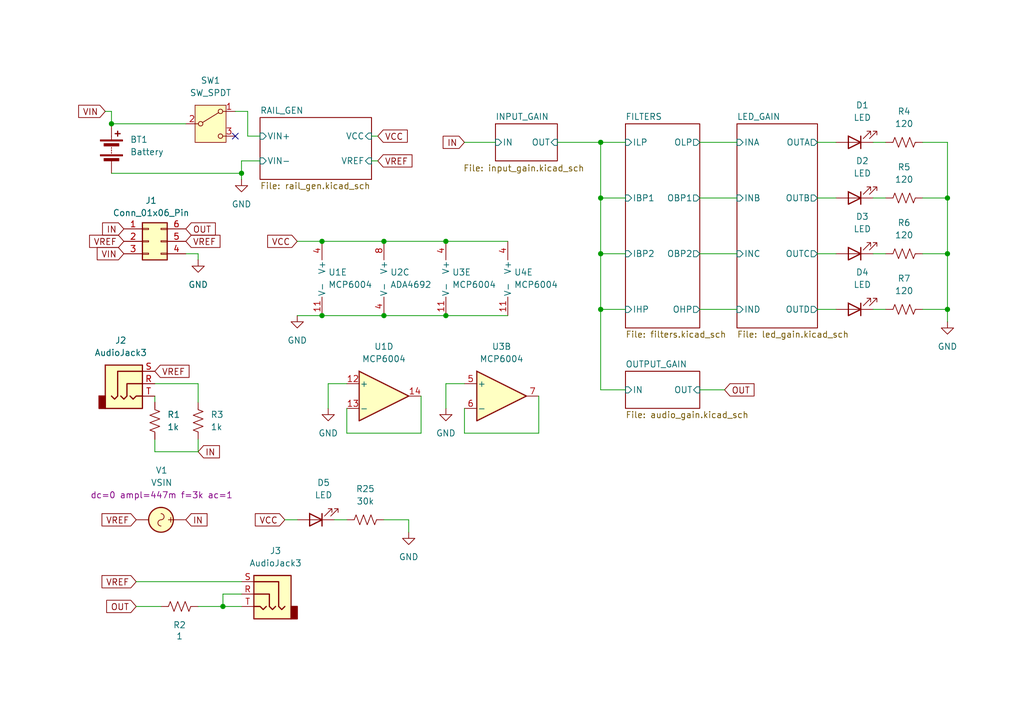
<source format=kicad_sch>
(kicad_sch (version 20250114) (generator "eeschema") (generator_version "9.0")
  (paper "A5")
  (title_block (title "EL223FP4L1") (date "2025-05-08") (rev "1") (company "Boles & Walker") (comment 1 "Board Overview"))
  (lib_symbols
    (symbol "Amplifier_Operational:MCP6004" (pin_names (offset 0.127))
      (property "Reference" "U" (at 0 5.08 0))
      (property "Value" "MCP6004" (at 0 -5.08 0))
      (symbol "MCP6004_1_1"
        (polyline (pts (xy -5.08 5.08) (xy 5.08 0) (xy -5.08 -5.08) (xy -5.08 5.08)) (stroke (width 0.254)) (fill (type background)))
        (pin input line (at -7.62 2.54 0) (length 2.54) (name "+") (number "3"))
        (pin input line (at -7.62 -2.54 0) (length 2.54) (name "-") (number "2"))
        (pin output line (at 7.62 0 180) (length 2.54) (name "~") (number "1"))
      )
      (symbol "MCP6004_2_1"
        (polyline (pts (xy -5.08 5.08) (xy 5.08 0) (xy -5.08 -5.08) (xy -5.08 5.08)) (stroke (width 0.254)) (fill (type background)))
        (pin input line (at -7.62 2.54 0) (length 2.54) (name "+") (number "5"))
        (pin input line (at -7.62 -2.54 0) (length 2.54) (name "-") (number "6"))
        (pin output line (at 7.62 0 180) (length 2.54) (name "~") (number "7"))
      )
      (symbol "MCP6004_3_1"
        (polyline (pts (xy -5.08 5.08) (xy 5.08 0) (xy -5.08 -5.08) (xy -5.08 5.08)) (stroke (width 0.254)) (fill (type background)))
        (pin input line (at -7.62 2.54 0) (length 2.54) (name "+") (number "10"))
        (pin input line (at -7.62 -2.54 0) (length 2.54) (name "-") (number "9"))
        (pin output line (at 7.62 0 180) (length 2.54) (name "~") (number "8"))
      )
      (symbol "MCP6004_4_1"
        (polyline (pts (xy -5.08 5.08) (xy 5.08 0) (xy -5.08 -5.08) (xy -5.08 5.08)) (stroke (width 0.254)) (fill (type background)))
        (pin input line (at -7.62 2.54 0) (length 2.54) (name "+") (number "12"))
        (pin input line (at -7.62 -2.54 0) (length 2.54) (name "-") (number "13"))
        (pin output line (at 7.62 0 180) (length 2.54) (name "~") (number "14"))
      )
      (symbol "MCP6004_5_1"
        (pin power_in line (at -2.54 7.62 270) (length 3.81) (name "V+") (number "4"))
        (pin power_in line (at -2.54 -7.62 90) (length 3.81) (name "V-") (number "11"))
      )
    )
    (symbol "Connector_Audio:AudioJack3"
      (property "Reference" "J" (at 0 8.89 0))
      (property "Value" "AudioJack3" (at 0 6.35 0))
      (symbol "AudioJack3_0_1"
        (rectangle (start -5.08 -5.08) (end -6.35 -2.54) (stroke (width 0.254)) (fill (type outline)))
        (polyline (pts (xy -1.905 -2.54) (xy -1.27 -3.175) (xy -0.635 -2.54) (xy -0.635 0) (xy 2.54 0)) (stroke (width 0.254)))
        (polyline (pts (xy 0 -2.54) (xy 0.635 -3.175) (xy 1.27 -2.54) (xy 2.54 -2.54)) (stroke (width 0.254)))
        (rectangle (start 2.54 3.81) (end -5.08 -5.08) (stroke (width 0.254)) (fill (type background)))
        (polyline (pts (xy 2.54 2.54) (xy -2.54 2.54) (xy -2.54 -2.54) (xy -3.175 -3.175) (xy -3.81 -2.54)) (stroke (width 0.254)))
      )
      (symbol "AudioJack3_1_1"
        (pin passive line (at 5.08 2.54 180) (length 2.54) (name "~") (number "S"))
        (pin passive line (at 5.08 0 180) (length 2.54) (name "~") (number "R"))
        (pin passive line (at 5.08 -2.54 180) (length 2.54) (name "~") (number "T"))
      )
    )
    (symbol "Connector_Generic:Conn_02x03_Counter_Clockwise" (pin_names (offset 1.016) (hide yes))
      (property "Reference" "J" (at 1.27 5.08 0))
      (property "Value" "Conn_02x03_Counter_Clockwise" (at 1.27 -5.08 0))
      (symbol "Conn_02x03_Counter_Clockwise_1_1"
        (rectangle (start -1.27 3.81) (end 3.81 -3.81) (stroke (width 0.254)) (fill (type background)))
        (rectangle (start -1.27 2.667) (end 0 2.413) (stroke (width 0.1524)))
        (rectangle (start -1.27 0.127) (end 0 -0.127) (stroke (width 0.1524)))
        (rectangle (start -1.27 -2.413) (end 0 -2.667) (stroke (width 0.1524)))
        (rectangle (start 3.81 2.667) (end 2.54 2.413) (stroke (width 0.1524)))
        (rectangle (start 3.81 0.127) (end 2.54 -0.127) (stroke (width 0.1524)))
        (rectangle (start 3.81 -2.413) (end 2.54 -2.667) (stroke (width 0.1524)))
        (pin passive line (at -5.08 2.54 0) (length 3.81) (name "Pin_1") (number "1"))
        (pin passive line (at -5.08 0 0) (length 3.81) (name "Pin_2") (number "2"))
        (pin passive line (at -5.08 -2.54 0) (length 3.81) (name "Pin_3") (number "3"))
        (pin passive line (at 7.62 2.54 180) (length 3.81) (name "Pin_6") (number "6"))
        (pin passive line (at 7.62 0 180) (length 3.81) (name "Pin_5") (number "5"))
        (pin passive line (at 7.62 -2.54 180) (length 3.81) (name "Pin_4") (number "4"))
      )
    )
    (symbol "Custom:ADA4692-2" (pin_names (offset 0.127))
      (property "Reference" "U" (at 2.54 6.35 0))
      (property "Value" "ADA4692-2" (at 2.54 3.81 0))
      (symbol "ADA4692-2_1_1"
        (polyline (pts (xy 5.08 0) (xy -5.08 5.08) (xy -5.08 -5.08) (xy 5.08 0)) (stroke (width 0.254)) (fill (type background)))
        (pin input line (at -7.62 2.54 0) (length 2.54) (name "+") (number "3"))
        (pin input line (at -7.62 -2.54 0) (length 2.54) (name "-") (number "2"))
        (pin output line (at 7.62 0 180) (length 2.54) (name "~") (number "1"))
      )
      (symbol "ADA4692-2_2_1"
        (polyline (pts (xy 5.08 0) (xy -5.08 5.08) (xy -5.08 -5.08) (xy 5.08 0)) (stroke (width 0.254)) (fill (type background)))
        (pin input line (at -7.62 2.54 0) (length 2.54) (name "+") (number "5"))
        (pin input line (at -7.62 -2.54 0) (length 2.54) (name "-") (number "6"))
        (pin output line (at 7.62 0 180) (length 2.54) (name "~") (number "7"))
      )
      (symbol "ADA4692-2_3_1"
        (pin power_in line (at 0 7.62 270) (length 3.81) (name "V+") (number "8"))
        (pin power_in line (at 0 -7.62 90) (length 3.81) (name "V-") (number "4"))
      )
    )
    (symbol "Device:Battery" (pin_numbers (hide yes)) (pin_names (offset 0) (hide yes))
      (property "Reference" "BT" (at 2.54 2.54 0))
      (property "Value" "Battery" (at 2.54 0 0))
      (symbol "Battery_0_1"
        (rectangle (start -2.286 1.778) (end 2.286 1.524) (fill (type outline)))
        (rectangle (start -2.286 -1.27) (end 2.286 -1.524) (fill (type outline)))
        (rectangle (start -1.524 1.016) (end 1.524 0.508) (fill (type outline)))
        (rectangle (start -1.524 -2.032) (end 1.524 -2.54) (fill (type outline)))
        (polyline (pts (xy 0 1.778) (xy 0 2.54)))
        (polyline (pts (xy 0 0) (xy 0 0.254)))
        (polyline (pts (xy 0 -0.508) (xy 0 -0.254)))
        (polyline (pts (xy 0 -1.016) (xy 0 -0.762)))
        (polyline (pts (xy 0.762 3.048) (xy 1.778 3.048)) (stroke (width 0.254)))
        (polyline (pts (xy 1.27 3.556) (xy 1.27 2.54)) (stroke (width 0.254)))
      )
      (symbol "Battery_1_1"
        (pin passive line (at 0 5.08 270) (length 2.54) (name "+") (number "1"))
        (pin passive line (at 0 -5.08 90) (length 2.54) (name "-") (number "2"))
      )
    )
    (symbol "Device:LED" (pin_numbers (hide yes)) (pin_names (offset 1.016) (hide yes))
      (property "Reference" "D" (at 0 2.54 0))
      (property "Value" "LED" (at 0 -2.54 0))
      (symbol "LED_0_1"
        (polyline (pts (xy -3.048 -0.762) (xy -4.572 -2.286) (xy -3.81 -2.286) (xy -4.572 -2.286) (xy -4.572 -1.524)))
        (polyline (pts (xy -1.778 -0.762) (xy -3.302 -2.286) (xy -2.54 -2.286) (xy -3.302 -2.286) (xy -3.302 -1.524)))
        (polyline (pts (xy -1.27 0) (xy 1.27 0)))
        (polyline (pts (xy -1.27 -1.27) (xy -1.27 1.27)) (stroke (width 0.254)))
        (polyline (pts (xy 1.27 -1.27) (xy 1.27 1.27) (xy -1.27 0) (xy 1.27 -1.27)) (stroke (width 0.254)))
      )
      (symbol "LED_1_1"
        (pin passive line (at -3.81 0 0) (length 2.54) (name "K") (number "1"))
        (pin passive line (at 3.81 0 180) (length 2.54) (name "A") (number "2"))
      )
    )
    (symbol "Device:R_US" (pin_numbers (hide yes)) (pin_names (offset 0))
      (property "Reference" "R" (at 2.54 0 90))
      (property "Value" "R_US" (at -2.54 0 90))
      (symbol "R_US_0_1"
        (polyline (pts (xy 0 2.286) (xy 0 2.54)))
        (polyline (pts (xy 0 2.286) (xy 1.016 1.905) (xy 0 1.524) (xy -1.016 1.143) (xy 0 0.762)))
        (polyline (pts (xy 0 0.762) (xy 1.016 0.381) (xy 0 0) (xy -1.016 -0.381) (xy 0 -0.762)))
        (polyline (pts (xy 0 -0.762) (xy 1.016 -1.143) (xy 0 -1.524) (xy -1.016 -1.905) (xy 0 -2.286)))
        (polyline (pts (xy 0 -2.286) (xy 0 -2.54)))
      )
      (symbol "R_US_1_1"
        (pin passive line (at 0 3.81 270) (length 1.27) (name "~") (number "1"))
        (pin passive line (at 0 -3.81 90) (length 1.27) (name "~") (number "2"))
      )
    )
    (symbol "Simulation_SPICE:VSIN" (pin_numbers (hide yes)) (pin_names (offset 0.0254))
      (property "Reference" "V" (at 2.54 2.54 0))
      (property "Value" "VSIN" (at 2.54 0 0))
      (property "Sim.Params" "dc=0 ampl=1 f=1k ac=1" (at 2.54 -2.54 0))
      (symbol "VSIN_0_0"
        (arc (start -1.27 0) (mid -0.635 0.6323) (end 0 0))
        (arc (start 1.27 0) (mid 0.635 -0.6323) (end 0 0))
        (text "+" (at 0 1.905 0) (effects (font (size 1.27 1.27))))
      )
      (symbol "VSIN_0_1"
        (circle (center 0 0) (radius 2.54) (stroke (width 0.254)) (fill (type background)))
      )
      (symbol "VSIN_1_1"
        (pin passive line (at 0 5.08 270) (length 2.54) (name "~") (number "1"))
        (pin passive line (at 0 -5.08 90) (length 2.54) (name "~") (number "2"))
      )
    )
    (symbol "Switch:SW_SPDT" (pin_names (offset 0) (hide yes))
      (property "Reference" "SW" (at 0 5.08 0))
      (property "Value" "SW_SPDT" (at 0 -5.08 0))
      (symbol "SW_SPDT_0_1"
        (circle (center -2.032 0) (radius 0.4572))
        (polyline (pts (xy -1.651 0.254) (xy 1.651 2.286)))
        (circle (center 2.032 2.54) (radius 0.4572))
        (circle (center 2.032 -2.54) (radius 0.4572))
      )
      (symbol "SW_SPDT_1_1"
        (rectangle (start -3.175 3.81) (end 3.175 -3.81) (fill (type background)))
        (pin passive line (at -5.08 0 0) (length 2.54) (name "B") (number "2"))
        (pin passive line (at 5.08 2.54 180) (length 2.54) (name "A") (number "1"))
        (pin passive line (at 5.08 -2.54 180) (length 2.54) (name "C") (number "3"))
      )
    )
    (symbol "power:GND" (power) (pin_numbers (hide yes)) (pin_names (offset 0) (hide yes))
      (property "Value" "GND" (at 0 -3.81 0))
      (symbol "GND_0_1"
        (polyline (pts (xy 0 0) (xy 0 -1.27) (xy 1.27 -1.27) (xy 0 -2.54) (xy -1.27 -1.27) (xy 0 -1.27)))
      )
      (symbol "GND_1_1"
        (pin power_in line (at 0 0 270) (length 0) (name "~") (number "1"))
      )
    )
  )
  (junction (at 45.72 124.46))
  (junction (at 91.44 49.53))
  (junction (at 123.19 63.5))
  (junction (at 78.74 64.77))
  (junction (at 123.19 52.07))
  (junction (at 91.44 64.77))
  (junction (at 123.19 40.64))
  (junction (at 66.04 64.77))
  (junction (at 194.31 63.5))
  (junction (at 194.31 52.07))
  (junction (at 78.74 49.53))
  (junction (at 66.04 49.53))
  (junction (at 49.53 35.56))
  (junction (at 194.31 40.64))
  (junction (at 22.86 25.4))
  (junction (at 123.19 29.21))
  (no_connect (at 48.26 27.94))
  (wire (pts (xy 78.74 64.77) (xy 91.44 64.77)))
  (wire (pts (xy 123.19 52.07) (xy 123.19 63.5)))
  (wire (pts (xy 49.53 124.46) (xy 45.72 124.46)))
  (wire (pts (xy 194.31 29.21) (xy 194.31 40.64)))
  (wire (pts (xy 194.31 63.5) (xy 194.31 66.04)))
  (wire (pts (xy 179.07 29.21) (xy 181.61 29.21)))
  (wire (pts (xy 40.64 124.46) (xy 45.72 124.46)))
  (wire (pts (xy 40.64 90.17) (xy 40.64 92.71)))
  (wire (pts (xy 189.23 52.07) (xy 194.31 52.07)))
  (wire (pts (xy 22.86 22.86) (xy 22.86 25.4)))
  (wire (pts (xy 21.59 22.86) (xy 22.86 22.86)))
  (wire (pts (xy 114.3 29.21) (xy 123.19 29.21)))
  (wire (pts (xy 58.42 106.68) (xy 60.96 106.68)))
  (wire (pts (xy 76.2 33.02) (xy 77.47 33.02)))
  (wire (pts (xy 143.51 29.21) (xy 151.13 29.21)))
  (wire (pts (xy 194.31 52.07) (xy 194.31 63.5)))
  (wire (pts (xy 143.51 40.64) (xy 151.13 40.64)))
  (wire (pts (xy 189.23 40.64) (xy 194.31 40.64)))
  (wire (pts (xy 22.86 35.56) (xy 49.53 35.56)))
  (wire (pts (xy 38.1 52.07) (xy 40.64 52.07)))
  (wire (pts (xy 179.07 52.07) (xy 181.61 52.07)))
  (wire (pts (xy 40.64 52.07) (xy 40.64 53.34)))
  (wire (pts (xy 83.82 106.68) (xy 83.82 109.22)))
  (wire (pts (xy 91.44 64.77) (xy 104.14 64.77)))
  (wire (pts (xy 189.23 29.21) (xy 194.31 29.21)))
  (wire (pts (xy 167.64 29.21) (xy 171.45 29.21)))
  (wire (pts (xy 167.64 40.64) (xy 171.45 40.64)))
  (wire (pts (xy 78.74 49.53) (xy 91.44 49.53)))
  (wire (pts (xy 86.36 81.28) (xy 86.36 88.9)))
  (wire (pts (xy 91.44 49.53) (xy 104.14 49.53)))
  (wire (pts (xy 40.64 78.74) (xy 40.64 82.55)))
  (wire (pts (xy 66.04 64.77) (xy 78.74 64.77)))
  (wire (pts (xy 53.34 27.94) (xy 50.8 27.94)))
  (wire (pts (xy 91.44 78.74) (xy 91.44 83.82)))
  (wire (pts (xy 66.04 49.53) (xy 78.74 49.53)))
  (wire (pts (xy 71.12 88.9) (xy 71.12 83.82)))
  (wire (pts (xy 143.51 52.07) (xy 151.13 52.07)))
  (wire (pts (xy 143.51 63.5) (xy 151.13 63.5)))
  (wire (pts (xy 60.96 49.53) (xy 66.04 49.53)))
  (wire (pts (xy 40.64 92.71) (xy 31.75 92.71)))
  (wire (pts (xy 123.19 40.64) (xy 128.27 40.64)))
  (wire (pts (xy 194.31 40.64) (xy 194.31 52.07)))
  (wire (pts (xy 67.31 78.74) (xy 67.31 83.82)))
  (wire (pts (xy 86.36 88.9) (xy 71.12 88.9)))
  (wire (pts (xy 50.8 27.94) (xy 50.8 22.86)))
  (wire (pts (xy 60.96 64.77) (xy 66.04 64.77)))
  (wire (pts (xy 179.07 63.5) (xy 181.61 63.5)))
  (wire (pts (xy 49.53 36.83) (xy 49.53 35.56)))
  (wire (pts (xy 95.25 88.9) (xy 95.25 83.82)))
  (wire (pts (xy 95.25 78.74) (xy 91.44 78.74)))
  (wire (pts (xy 31.75 92.71) (xy 31.75 90.17)))
  (wire (pts (xy 123.19 63.5) (xy 128.27 63.5)))
  (wire (pts (xy 123.19 63.5) (xy 123.19 80.01)))
  (wire (pts (xy 31.75 78.74) (xy 40.64 78.74)))
  (wire (pts (xy 27.94 119.38) (xy 49.53 119.38)))
  (wire (pts (xy 143.51 80.01) (xy 148.59 80.01)))
  (wire (pts (xy 31.75 81.28) (xy 31.75 82.55)))
  (wire (pts (xy 50.8 22.86) (xy 48.26 22.86)))
  (wire (pts (xy 27.94 124.46) (xy 33.02 124.46)))
  (wire (pts (xy 123.19 80.01) (xy 128.27 80.01)))
  (wire (pts (xy 49.53 33.02) (xy 53.34 33.02)))
  (wire (pts (xy 71.12 78.74) (xy 67.31 78.74)))
  (wire (pts (xy 95.25 29.21) (xy 101.6 29.21)))
  (wire (pts (xy 179.07 40.64) (xy 181.61 40.64)))
  (wire (pts (xy 22.86 25.4) (xy 38.1 25.4)))
  (wire (pts (xy 189.23 63.5) (xy 194.31 63.5)))
  (wire (pts (xy 49.53 121.92) (xy 45.72 121.92)))
  (wire (pts (xy 167.64 63.5) (xy 171.45 63.5)))
  (wire (pts (xy 123.19 52.07) (xy 128.27 52.07)))
  (wire (pts (xy 49.53 35.56) (xy 49.53 33.02)))
  (wire (pts (xy 76.2 27.94) (xy 77.47 27.94)))
  (wire (pts (xy 45.72 121.92) (xy 45.72 124.46)))
  (wire (pts (xy 123.19 29.21) (xy 128.27 29.21)))
  (wire (pts (xy 68.58 106.68) (xy 71.12 106.68)))
  (wire (pts (xy 123.19 29.21) (xy 123.19 40.64)))
  (wire (pts (xy 167.64 52.07) (xy 171.45 52.07)))
  (wire (pts (xy 110.49 88.9) (xy 95.25 88.9)))
  (wire (pts (xy 123.19 40.64) (xy 123.19 52.07)))
  (wire (pts (xy 78.74 106.68) (xy 83.82 106.68)))
  (wire (pts (xy 110.49 81.28) (xy 110.49 88.9)))
  (global_label "VREF" (shape input) (at 27.94 106.68 180) (property "Intersheetrefs" "${INTERSHEET_REFS}" (effects (hide yes))))
  (global_label "VREF" (shape input) (at 38.1 49.53 0) (property "Intersheetrefs" "${INTERSHEET_REFS}" (effects (hide yes))))
  (global_label "VCC" (shape input) (at 60.96 49.53 180) (property "Intersheetrefs" "${INTERSHEET_REFS}" (effects (hide yes))))
  (global_label "VCC" (shape input) (at 77.47 27.94 0) (property "Intersheetrefs" "${INTERSHEET_REFS}" (effects (hide yes))))
  (global_label "OUT" (shape input) (at 27.94 124.46 180) (property "Intersheetrefs" "${INTERSHEET_REFS}" (effects (hide yes))))
  (global_label "OUT" (shape input) (at 38.1 46.99 0) (property "Intersheetrefs" "${INTERSHEET_REFS}" (effects (hide yes))))
  (global_label "VREF" (shape input) (at 77.47 33.02 0) (property "Intersheetrefs" "${INTERSHEET_REFS}" (effects (hide yes))))
  (global_label "VCC" (shape input) (at 58.42 106.68 180) (property "Intersheetrefs" "${INTERSHEET_REFS}" (effects (hide yes))))
  (global_label "VREF" (shape input) (at 27.94 119.38 180) (property "Intersheetrefs" "${INTERSHEET_REFS}" (effects (hide yes))))
  (global_label "IN" (shape input) (at 40.64 92.71 0) (property "Intersheetrefs" "${INTERSHEET_REFS}" (effects (hide yes))))
  (global_label "VREF" (shape input) (at 31.75 76.2 0) (property "Intersheetrefs" "${INTERSHEET_REFS}" (effects (hide yes))))
  (global_label "IN" (shape input) (at 95.25 29.21 180) (property "Intersheetrefs" "${INTERSHEET_REFS}" (effects (hide yes))))
  (global_label "VIN" (shape input) (at 25.4 52.07 180) (property "Intersheetrefs" "${INTERSHEET_REFS}" (effects (hide yes))))
  (global_label "OUT" (shape input) (at 148.59 80.01 0) (property "Intersheetrefs" "${INTERSHEET_REFS}" (effects (hide yes))))
  (global_label "VIN" (shape input) (at 21.59 22.86 180) (property "Intersheetrefs" "${INTERSHEET_REFS}" (effects (hide yes))))
  (global_label "IN" (shape input) (at 38.1 106.68 0) (property "Intersheetrefs" "${INTERSHEET_REFS}" (effects (hide yes))))
  (global_label "IN" (shape input) (at 25.4 46.99 180) (property "Intersheetrefs" "${INTERSHEET_REFS}" (effects (hide yes))))
  (global_label "VREF" (shape input) (at 25.4 49.53 180) (property "Intersheetrefs" "${INTERSHEET_REFS}" (effects (hide yes))))
  (symbol (lib_id "power:GND") (at 67.31 83.82 0) (unit 1)
    (property "Reference" "#PWR03" (effects (hide yes)))
    (property "Value" "GND" (at 67.31 88.9 0))
    (property "Description" "Power symbol creates a global label with name \"GND\" , ground" (effects (hide yes)))
  )
  (symbol (lib_id "power:GND") (at 40.64 53.34 0) (unit 1)
    (property "Reference" "#PWR01" (effects (hide yes)))
    (property "Value" "GND" (at 40.64 58.42 0))
    (property "Description" "Power symbol creates a global label with name \"GND\" , ground" (effects (hide yes)))
  )
  (symbol (lib_id "Device:R_US") (at 185.42 52.07 90) (unit 1)
    (property "Reference" "R6" (at 185.42 45.72 90))
    (property "Value" "120" (at 185.42 48.26 90))
    (property "Footprint" "Resistor_SMD:R_0805_2012Metric_Pad1.20x1.40mm_HandSolder" (effects (hide yes)))
    (property "Datasheet" "https://static6.arrow.com/aropdfconversion/7e2213882d2cf06558ca48205aefcc8d6bac7a1a/cr.pdf" (effects (hide yes)))
    (property "Description" "Resistor, US symbol" (effects (hide yes)))
    (property "Part" "CR0805-FX-1200GLF" (effects (hide yes)))
  )
  (symbol (lib_id "Device:LED") (at 175.26 29.21 180) (unit 1)
    (property "Reference" "D1" (at 176.8475 21.59 0))
    (property "Value" "LED" (at 176.8475 24.13 0))
    (property "Footprint" "LED_SMD:LED_0805_2012Metric_Pad1.15x1.40mm_HandSolder" (effects (hide yes)))
    (property "Description" "Light emitting diode" (effects (hide yes)))
    (property "Sim.Pins" "1=K 2=A" (effects (hide yes)))
    (property "Sim.Library" "led.lib" (effects (hide yes)))
    (property "Sim.Name" "LED_GENERAL" (effects (hide yes)))
    (property "Sim.Device" "D" (effects (hide yes)))
  )
  (symbol (lib_id "Device:LED") (at 175.26 63.5 180) (unit 1)
    (property "Reference" "D4" (at 176.8475 55.88 0))
    (property "Value" "LED" (at 176.8475 58.42 0))
    (property "Footprint" "LED_SMD:LED_0805_2012Metric_Pad1.15x1.40mm_HandSolder" (effects (hide yes)))
    (property "Description" "Light emitting diode" (effects (hide yes)))
    (property "Sim.Pins" "1=K 2=A" (effects (hide yes)))
    (property "Sim.Library" "led.lib" (effects (hide yes)))
    (property "Sim.Name" "LED_GENERAL" (effects (hide yes)))
    (property "Sim.Device" "D" (effects (hide yes)))
  )
  (symbol (lib_id "Custom:ADA4692-2") (at 78.74 57.15 0) (unit 3)
    (property "Reference" "U2" (at 80.01 55.8799 0) (effects (justify left)))
    (property "Value" "ADA4692" (at 80.01 58.4199 0) (effects (justify left)))
    (property "Footprint" "Package_SO:SOIC-8_3.9x4.9mm_P1.27mm" (effects (hide yes)))
    (property "Datasheet" "https://www.analog.com/media/en/technical-documentation/data-sheets/ADA4691-2_4691-4_4692-2_4692-4.pdf" (effects (hide yes)))
    (property "Description" "Dual Low Noise, Precision, Rail-to-Rail Output, JFET Op Amp, SOIC-8" (effects (hide yes)))
    (property "Sim.Library" "ada4692.sub" (effects (hide yes)))
    (property "Sim.Name" "ADA4692-2" (effects (hide yes)))
    (property "Sim.Device" "SUBCKT" (effects (hide yes)))
    (property "Sim.Pins" "1=AOUT 2=AIN- 3=AIN+ 4=V- 5=BIN+ 6=BIN- 7=BOUT 8=V+" (effects (hide yes)))
    (property "Part" "ADA4692-2ARZ" (effects (hide yes)))
  )
  (symbol (lib_id "Device:R_US") (at 185.42 63.5 90) (unit 1)
    (property "Reference" "R7" (at 185.42 57.15 90))
    (property "Value" "120" (at 185.42 59.69 90))
    (property "Footprint" "Resistor_SMD:R_0805_2012Metric_Pad1.20x1.40mm_HandSolder" (effects (hide yes)))
    (property "Datasheet" "https://static6.arrow.com/aropdfconversion/7e2213882d2cf06558ca48205aefcc8d6bac7a1a/cr.pdf" (effects (hide yes)))
    (property "Description" "Resistor, US symbol" (effects (hide yes)))
    (property "Part" "CR0805-FX-1200GLF" (effects (hide yes)))
  )
  (symbol (lib_id "Device:R_US") (at 185.42 29.21 90) (unit 1)
    (property "Reference" "R4" (at 185.42 22.86 90))
    (property "Value" "120" (at 185.42 25.4 90))
    (property "Footprint" "Resistor_SMD:R_0805_2012Metric_Pad1.20x1.40mm_HandSolder" (effects (hide yes)))
    (property "Datasheet" "https://static6.arrow.com/aropdfconversion/7e2213882d2cf06558ca48205aefcc8d6bac7a1a/cr.pdf" (effects (hide yes)))
    (property "Description" "Resistor, US symbol" (effects (hide yes)))
    (property "Part" "CR0805-FX-1200GLF" (effects (hide yes)))
  )
  (symbol (lib_id "Switch:SW_SPDT") (at 43.18 25.4 0) (unit 1)
    (property "Reference" "SW1" (at 43.18 16.51 0))
    (property "Value" "SW_SPDT" (at 43.18 19.05 0))
    (property "Footprint" "Custom:SW_SLW-121586-5A-D" (effects (hide yes)))
    (property "Datasheet" "https://static6.arrow.com/aropdfconversion/9ae6801e39b6de35ce0772aecfe75ec6b325529d/slw1215865ad.pdf" (effects (hide yes)))
    (property "Description" "Switch, single pole double throw" (effects (hide yes)))
    (property "Part" "SLW-121586-5A-D" (effects (hide yes)))
  )
  (symbol (lib_id "Connector_Audio:AudioJack3") (at 54.61 121.92 0) (mirror y) (unit 1) (exclude_from_sim yes)
    (property "Reference" "J3" (at 56.515 113.03 0))
    (property "Value" "AudioJack3" (at 56.515 115.57 0))
    (property "Footprint" "Custom:Jack_3.5mm_CUI_SJ1-3523N_Horizontal" (effects (hide yes)))
    (property "Datasheet" "https://www.sameskydevices.com/product/resource/sj1-352xn.pdf" (effects (hide yes)))
    (property "Description" "Audio Jack, 3 Poles (Stereo / TRS)" (effects (hide yes)))
    (property "Part" "SJ1-3523N" (effects (hide yes)))
  )
  (symbol (lib_id "power:GND") (at 60.96 64.77 0) (unit 1)
    (property "Reference" "#PWR04" (effects (hide yes)))
    (property "Value" "GND" (at 60.96 69.85 0))
    (property "Description" "Power symbol creates a global label with name \"GND\" , ground" (effects (hide yes)))
  )
  (symbol (lib_id "power:GND") (at 49.53 36.83 0) (unit 1)
    (property "Reference" "#PWR02" (effects (hide yes)))
    (property "Value" "GND" (at 49.53 41.91 0))
    (property "Description" "Power symbol creates a global label with name \"GND\" , ground" (effects (hide yes)))
  )
  (symbol (lib_id "Connector_Generic:Conn_02x03_Counter_Clockwise") (at 30.48 49.53 0) (unit 1)
    (property "Reference" "J1" (at 30.988 41.148 0))
    (property "Value" "Conn_01x06_Pin" (at 30.988 43.688 0))
    (property "Footprint" "Connector_PinHeader_2.54mm:PinHeader_2x03_P2.54mm_Vertical" (effects (hide yes)))
    (property "Datasheet" "https://static6.arrow.com/aropdfconversion/574d1ab07bdb35554fd3a21cfe85b0607ce140e2/51934899289880215193474261229970eng_ds_1307819_ampmodu_0911.pdf" (effects (hide yes)))
    (property "Description" "Generic connector, double row, 02x03, counter clockwise pin numbering scheme (similar to DIP package numbering), script generated (kicad-library-utils/schlib/autogen/connector/)" (effects (hide yes)))
    (property "Part" "5-146254-3 " (effects (hide yes)))
  )
  (symbol (lib_id "Amplifier_Operational:MCP6004") (at 93.98 57.15 0) (unit 5)
    (property "Reference" "U3" (at 92.71 55.8799 0) (effects (justify left)))
    (property "Value" "MCP6004" (at 92.71 58.4199 0) (effects (justify left)))
    (property "Footprint" "Package_SO:SOIC-14_3.9x8.7mm_P1.27mm" (effects (hide yes)))
    (property "Datasheet" "https://ww1.microchip.com/downloads/aemDocuments/documents/MSLD/ProductDocuments/DataSheets/MCP6001-1R-1U-2-4-1-MHz-Low-Power-Op-Amp-DS20001733L.pdf" (effects (hide yes)))
    (property "Description" "1MHz, Low-Power Op Amp, DIP-14/SOIC-14/TSSOP-14" (effects (hide yes)))
    (property "Sim.Library" "MCP6001.lib" (effects (hide yes)))
    (property "Sim.Name" "MCP6004" (effects (hide yes)))
    (property "Sim.Device" "SUBCKT" (effects (hide yes)))
    (property "Sim.Pins" "1=OUTA 2=A- 3=A+ 4=VDD 5=B+ 6=B- 7=OUTB 8=OUTC 9=C- 10=C+ 11=VSS 12=D+ 13=D- 14=OUTD" (effects (hide yes)))
    (property "Part" "MCP6004-I/SL" (effects (hide yes)))
  )
  (symbol (lib_id "Amplifier_Operational:MCP6004") (at 102.87 81.28 0) (unit 2)
    (property "Reference" "U3" (at 102.87 71.12 0))
    (property "Value" "MCP6004" (at 102.87 73.66 0))
    (property "Footprint" "Package_SO:SOIC-14_3.9x8.7mm_P1.27mm" (effects (hide yes)))
    (property "Datasheet" "https://ww1.microchip.com/downloads/aemDocuments/documents/MSLD/ProductDocuments/DataSheets/MCP6001-1R-1U-2-4-1-MHz-Low-Power-Op-Amp-DS20001733L.pdf" (effects (hide yes)))
    (property "Description" "1MHz, Low-Power Op Amp, DIP-14/SOIC-14/TSSOP-14" (effects (hide yes)))
    (property "Sim.Library" "MCP6001.lib" (effects (hide yes)))
    (property "Sim.Name" "MCP6004" (effects (hide yes)))
    (property "Sim.Device" "SUBCKT" (effects (hide yes)))
    (property "Sim.Pins" "1=OUTA 2=A- 3=A+ 4=VDD 5=B+ 6=B- 7=OUTB 8=OUTC 9=C- 10=C+ 11=VSS 12=D+ 13=D- 14=OUTD" (effects (hide yes)))
    (property "Part" "MCP6004-I/SL" (effects (hide yes)))
  )
  (symbol (lib_id "Device:R_US") (at 31.75 86.36 0) (unit 1)
    (property "Reference" "R1" (at 34.29 85.0899 0) (effects (justify left)))
    (property "Value" "1k" (at 34.29 87.6299 0) (effects (justify left)))
    (property "Footprint" "Resistor_SMD:R_0805_2012Metric_Pad1.20x1.40mm_HandSolder" (effects (hide yes)))
    (property "Description" "Resistor, US symbol" (effects (hide yes)))
  )
  (symbol (lib_id "Device:LED") (at 175.26 52.07 180) (unit 1)
    (property "Reference" "D3" (at 176.8475 44.45 0))
    (property "Value" "LED" (at 176.8475 46.99 0))
    (property "Footprint" "LED_SMD:LED_0805_2012Metric_Pad1.15x1.40mm_HandSolder" (effects (hide yes)))
    (property "Description" "Light emitting diode" (effects (hide yes)))
    (property "Sim.Pins" "1=K 2=A" (effects (hide yes)))
    (property "Sim.Library" "led.lib" (effects (hide yes)))
    (property "Sim.Name" "LED_GENERAL" (effects (hide yes)))
    (property "Sim.Device" "D" (effects (hide yes)))
  )
  (symbol (lib_id "Device:R_US") (at 185.42 40.64 90) (unit 1)
    (property "Reference" "R5" (at 185.42 34.29 90))
    (property "Value" "120" (at 185.42 36.83 90))
    (property "Footprint" "Resistor_SMD:R_0805_2012Metric_Pad1.20x1.40mm_HandSolder" (effects (hide yes)))
    (property "Datasheet" "https://static6.arrow.com/aropdfconversion/7e2213882d2cf06558ca48205aefcc8d6bac7a1a/cr.pdf" (effects (hide yes)))
    (property "Description" "Resistor, US symbol" (effects (hide yes)))
    (property "Part" "CR0805-FX-1200GLF" (effects (hide yes)))
  )
  (symbol (lib_id "Amplifier_Operational:MCP6004") (at 106.68 57.15 0) (unit 5)
    (property "Reference" "U4" (at 105.41 55.8799 0) (effects (justify left)))
    (property "Value" "MCP6004" (at 105.41 58.4199 0) (effects (justify left)))
    (property "Footprint" "Package_SO:SOIC-14_3.9x8.7mm_P1.27mm" (effects (hide yes)))
    (property "Datasheet" "https://ww1.microchip.com/downloads/aemDocuments/documents/MSLD/ProductDocuments/DataSheets/MCP6001-1R-1U-2-4-1-MHz-Low-Power-Op-Amp-DS20001733L.pdf" (effects (hide yes)))
    (property "Description" "1MHz, Low-Power Op Amp, DIP-14/SOIC-14/TSSOP-14" (effects (hide yes)))
    (property "Sim.Library" "MCP6001.lib" (effects (hide yes)))
    (property "Sim.Name" "MCP6004" (effects (hide yes)))
    (property "Sim.Device" "SUBCKT" (effects (hide yes)))
    (property "Sim.Pins" "1=OUTA 2=A- 3=A+ 4=VDD 5=B+ 6=B- 7=OUTB 8=OUTC 9=C- 10=C+ 11=VSS 12=D+ 13=D- 14=OUTD" (effects (hide yes)))
    (property "Part" "MCP6004-I/SL" (effects (hide yes)))
  )
  (symbol (lib_id "Device:LED") (at 64.77 106.68 180) (unit 1)
    (property "Reference" "D5" (at 66.3575 99.06 0))
    (property "Value" "LED" (at 66.3575 101.6 0))
    (property "Footprint" "LED_SMD:LED_0805_2012Metric_Pad1.15x1.40mm_HandSolder" (effects (hide yes)))
    (property "Description" "Light emitting diode" (effects (hide yes)))
    (property "Sim.Pins" "1=K 2=A" (effects (hide yes)))
    (property "Sim.Library" "led.lib" (effects (hide yes)))
    (property "Sim.Name" "LED_GENERAL" (effects (hide yes)))
    (property "Sim.Device" "D" (effects (hide yes)))
  )
  (symbol (lib_id "power:GND") (at 83.82 109.22 0) (unit 1)
    (property "Reference" "#PWR07" (effects (hide yes)))
    (property "Value" "GND" (at 83.82 114.3 0))
    (property "Description" "Power symbol creates a global label with name \"GND\" , ground" (effects (hide yes)))
  )
  (symbol (lib_id "Device:LED") (at 175.26 40.64 180) (unit 1)
    (property "Reference" "D2" (at 176.8475 33.02 0))
    (property "Value" "LED" (at 176.8475 35.56 0))
    (property "Footprint" "LED_SMD:LED_0805_2012Metric_Pad1.15x1.40mm_HandSolder" (effects (hide yes)))
    (property "Description" "Light emitting diode" (effects (hide yes)))
    (property "Sim.Pins" "1=K 2=A" (effects (hide yes)))
    (property "Sim.Library" "led.lib" (effects (hide yes)))
    (property "Sim.Name" "LED_GENERAL" (effects (hide yes)))
    (property "Sim.Device" "D" (effects (hide yes)))
  )
  (symbol (lib_id "Simulation_SPICE:VSIN") (at 33.02 106.68 270) (unit 1) (in_bom no) (on_board no)
    (property "Reference" "V1" (at 33.1498 96.52 90))
    (property "Value" "VSIN" (at 33.1498 99.06 90))
    (property "Datasheet" "https://ngspice.sourceforge.io/docs/ngspice-html-manual/manual.xhtml#sec_Independent_Sources_for" (effects (hide yes)))
    (property "Description" "Voltage source, sinusoidal" (effects (hide yes)))
    (property "Sim.Pins" "1=+ 2=-" (effects (hide yes)))
    (property "Sim.Params" "dc=0 ampl=447m f=3k ac=1" (at 33.1498 101.6 90))
    (property "Sim.Type" "SIN" (effects (hide yes)))
    (property "Sim.Device" "V" (effects (hide yes)))
  )
  (symbol (lib_id "Device:R_US") (at 74.93 106.68 90) (unit 1)
    (property "Reference" "R25" (at 74.93 100.33 90))
    (property "Value" "30k" (at 74.93 102.87 90))
    (property "Footprint" "Resistor_SMD:R_0805_2012Metric_Pad1.20x1.40mm_HandSolder" (effects (hide yes)))
    (property "Description" "Resistor, US symbol" (effects (hide yes)))
  )
  (symbol (lib_id "Device:R_US") (at 40.64 86.36 0) (unit 1)
    (property "Reference" "R3" (at 43.18 85.0899 0) (effects (justify left)))
    (property "Value" "1k" (at 43.18 87.6299 0) (effects (justify left)))
    (property "Footprint" "Resistor_SMD:R_0805_2012Metric_Pad1.20x1.40mm_HandSolder" (effects (hide yes)))
    (property "Description" "Resistor, US symbol" (effects (hide yes)))
  )
  (symbol (lib_id "power:GND") (at 91.44 83.82 0) (unit 1)
    (property "Reference" "#PWR05" (effects (hide yes)))
    (property "Value" "GND" (at 91.44 88.9 0))
    (property "Description" "Power symbol creates a global label with name \"GND\" , ground" (effects (hide yes)))
  )
  (symbol (lib_id "Connector_Audio:AudioJack3") (at 26.67 78.74 0) (unit 1) (exclude_from_sim yes)
    (property "Reference" "J2" (at 24.765 69.85 0))
    (property "Value" "AudioJack3" (at 24.765 72.39 0))
    (property "Footprint" "Custom:Jack_3.5mm_CUI_SJ1-3523N_Horizontal" (effects (hide yes)))
    (property "Datasheet" "https://www.sameskydevices.com/product/resource/sj1-352xn.pdf" (effects (hide yes)))
    (property "Description" "Audio Jack, 3 Poles (Stereo / TRS)" (effects (hide yes)))
    (property "Part" "SJ1-3523N" (effects (hide yes)))
  )
  (symbol (lib_id "Device:R_US") (at 36.83 124.46 90) (unit 1)
    (property "Reference" "R2" (at 36.83 128.27 90))
    (property "Value" "1" (at 36.83 130.556 90))
    (property "Footprint" "Resistor_SMD:R_0805_2012Metric_Pad1.20x1.40mm_HandSolder" (effects (hide yes)))
    (property "Description" "Resistor, US symbol" (effects (hide yes)))
  )
  (symbol (lib_id "power:GND") (at 194.31 66.04 0) (unit 1)
    (property "Reference" "#PWR06" (effects (hide yes)))
    (property "Value" "GND" (at 194.31 71.12 0))
    (property "Description" "Power symbol creates a global label with name \"GND\" , ground" (effects (hide yes)))
  )
  (symbol (lib_id "Device:Battery") (at 22.86 30.48 0) (unit 1) (exclude_from_sim yes)
    (property "Reference" "BT1" (at 26.67 28.6384 0) (effects (justify left)))
    (property "Value" "Battery" (at 26.67 31.1784 0) (effects (justify left)))
    (property "Footprint" "Battery:BatteryHolder_Keystone_2468_2xAAA" (effects (hide yes)))
    (property "Datasheet" "https://www.mouser.com/datasheet/2/215/2468-741064.pdf" (effects (hide yes)))
    (property "Description" "Multiple-cell battery" (effects (hide yes)))
    (property "Sim.Device" "V" (effects (hide yes)))
    (property "Sim.Pins" "1=+ 2=-" (effects (hide yes)))
    (property "Sim.Type" "PWL" (effects (hide yes)))
    (property "Sim.Params" "pwl=\"0 0 10u 0 0.1m 3\"" (effects (hide yes)))
    (property "Part" "2468" (effects (hide yes)))
  )
  (symbol (lib_id "Amplifier_Operational:MCP6004") (at 78.74 81.28 0) (unit 4)
    (property "Reference" "U1" (at 78.74 71.12 0))
    (property "Value" "MCP6004" (at 78.74 73.66 0))
    (property "Footprint" "Package_SO:SOIC-14_3.9x8.7mm_P1.27mm" (effects (hide yes)))
    (property "Datasheet" "https://ww1.microchip.com/downloads/aemDocuments/documents/MSLD/ProductDocuments/DataSheets/MCP6001-1R-1U-2-4-1-MHz-Low-Power-Op-Amp-DS20001733L.pdf" (effects (hide yes)))
    (property "Description" "1MHz, Low-Power Op Amp, DIP-14/SOIC-14/TSSOP-14" (effects (hide yes)))
    (property "Sim.Library" "MCP6001.lib" (effects (hide yes)))
    (property "Sim.Name" "MCP6004" (effects (hide yes)))
    (property "Sim.Device" "SUBCKT" (effects (hide yes)))
    (property "Sim.Pins" "1=OUTA 2=A- 3=A+ 4=VDD 5=B+ 6=B- 7=OUTB 8=OUTC 9=C- 10=C+ 11=VSS 12=D+ 13=D- 14=OUTD" (effects (hide yes)))
    (property "Part" "MCP6004-I/SL" (effects (hide yes)))
  )
  (symbol (lib_id "Amplifier_Operational:MCP6004") (at 68.58 57.15 0) (unit 5)
    (property "Reference" "U1" (at 67.31 55.8799 0) (effects (justify left)))
    (property "Value" "MCP6004" (at 67.31 58.4199 0) (effects (justify left)))
    (property "Footprint" "Package_SO:SOIC-14_3.9x8.7mm_P1.27mm" (effects (hide yes)))
    (property "Datasheet" "https://ww1.microchip.com/downloads/aemDocuments/documents/MSLD/ProductDocuments/DataSheets/MCP6001-1R-1U-2-4-1-MHz-Low-Power-Op-Amp-DS20001733L.pdf" (effects (hide yes)))
    (property "Description" "1MHz, Low-Power Op Amp, DIP-14/SOIC-14/TSSOP-14" (effects (hide yes)))
    (property "Sim.Library" "MCP6001.lib" (effects (hide yes)))
    (property "Sim.Name" "MCP6004" (effects (hide yes)))
    (property "Sim.Device" "SUBCKT" (effects (hide yes)))
    (property "Sim.Pins" "1=OUTA 2=A- 3=A+ 4=VDD 5=B+ 6=B- 7=OUTB 8=OUTC 9=C- 10=C+ 11=VSS 12=D+ 13=D- 14=OUTD" (effects (hide yes)))
    (property "Part" "MCP6004-I/SL" (effects (hide yes)))
  )
  (sheet (at 128.27 76.2) (size 15.24 7.62) (stroke (width 0.1524))
    (property "Sheetname" "OUTPUT_GAIN" (at 128.27 75.4884 0) (effects (justify left bottom)))
    (property "Sheetfile" "audio_gain.kicad_sch" (at 128.27 84.4046 0) (effects (justify left top)))
    (pin "IN" input (at 128.27 80.01 180))
    (pin "OUT" input (at 143.51 80.01 0))
  )
  (sheet (at 128.27 25.4) (size 15.24 41.91) (stroke (width 0.1524))
    (property "Sheetname" "FILTERS" (at 128.27 24.6884 0) (effects (justify left bottom)))
    (property "Sheetfile" "filters.kicad_sch" (at 128.27 67.8946 0) (effects (justify left top)))
    (pin "IBP1" input (at 128.27 40.64 180))
    (pin "IBP2" input (at 128.27 52.07 180))
    (pin "ILP" input (at 128.27 29.21 180))
    (pin "OBP1" output (at 143.51 40.64 0))
    (pin "OBP2" output (at 143.51 52.07 0))
    (pin "OLP" output (at 143.51 29.21 0))
    (pin "IHP" input (at 128.27 63.5 180))
    (pin "OHP" output (at 143.51 63.5 0))
  )
  (sheet (at 53.34 24.13) (size 22.86 12.7) (stroke (width 0.1524))
    (property "Sheetname" "RAIL_GEN" (at 53.34 23.4184 0) (effects (justify left bottom)))
    (property "Sheetfile" "rail_gen.kicad_sch" (at 53.34 37.4146 0) (effects (justify left top)))
    (pin "VREF" input (at 76.2 33.02 0))
    (pin "VCC" input (at 76.2 27.94 0))
    (pin "VIN+" input (at 53.34 27.94 180))
    (pin "VIN-" input (at 53.34 33.02 180))
  )
  (sheet (at 101.6 25.4) (size 12.7 7.62) (stroke (width 0.1524))
    (property "Sheetname" "INPUT_GAIN" (at 101.6 24.6884 0) (effects (justify left bottom)))
    (property "Sheetfile" "input_gain.kicad_sch" (at 94.996 33.782 0) (effects (justify left top)))
    (pin "IN" input (at 101.6 29.21 180))
    (pin "OUT" input (at 114.3 29.21 0))
  )
  (sheet (at 151.13 25.4) (size 16.51 41.91) (stroke (width 0.1524))
    (property "Sheetname" "LED_GAIN" (at 151.13 24.6884 0) (effects (justify left bottom)))
    (property "Sheetfile" "led_gain.kicad_sch" (at 151.13 67.8946 0) (effects (justify left top)))
    (pin "INA" input (at 151.13 29.21 180))
    (pin "INB" input (at 151.13 40.64 180))
    (pin "INC" input (at 151.13 52.07 180))
    (pin "IND" input (at 151.13 63.5 180))
    (pin "OUTA" output (at 167.64 29.21 0))
    (pin "OUTB" output (at 167.64 40.64 0))
    (pin "OUTC" output (at 167.64 52.07 0))
    (pin "OUTD" output (at 167.64 63.5 0))
  )
)
</source>
